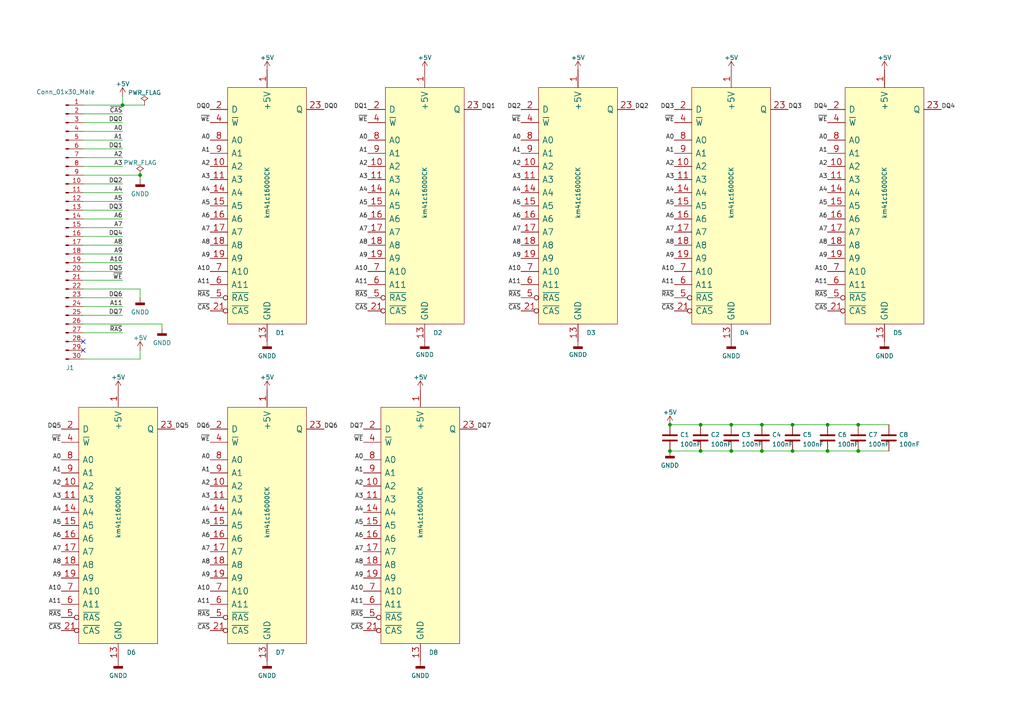
<source format=kicad_sch>
(kicad_sch (version 20211123) (generator eeschema)
  (paper "A4")
  (title_block (title "SIMM30") (date "2022-01-07") (rev "1") (company "Open Hardware"))
  (lib_symbols
    (symbol "Connector:Conn_01x30_Male" (pin_names (offset 1.016) hide)
      (property "Reference" "J" (at 0 38.1 0))
      (property "Value" "Conn_01x30_Male" (at 0 -40.64 0))
      (symbol "Conn_01x30_Male_1_1"
        (polyline (pts (xy 1.27 -38.1) (xy 0.8636 -38.1)) (stroke (width 0.1524)))
        (polyline (pts (xy 1.27 -35.56) (xy 0.8636 -35.56)) (stroke (width 0.1524)))
        (polyline (pts (xy 1.27 -33.02) (xy 0.8636 -33.02)) (stroke (width 0.1524)))
        (polyline (pts (xy 1.27 -30.48) (xy 0.8636 -30.48)) (stroke (width 0.1524)))
        (polyline (pts (xy 1.27 -27.94) (xy 0.8636 -27.94)) (stroke (width 0.1524)))
        (polyline (pts (xy 1.27 -25.4) (xy 0.8636 -25.4)) (stroke (width 0.1524)))
        (polyline (pts (xy 1.27 -22.86) (xy 0.8636 -22.86)) (stroke (width 0.1524)))
        (polyline (pts (xy 1.27 -20.32) (xy 0.8636 -20.32)) (stroke (width 0.1524)))
        (polyline (pts (xy 1.27 -17.78) (xy 0.8636 -17.78)) (stroke (width 0.1524)))
        (polyline (pts (xy 1.27 -15.24) (xy 0.8636 -15.24)) (stroke (width 0.1524)))
        (polyline (pts (xy 1.27 -12.7) (xy 0.8636 -12.7)) (stroke (width 0.1524)))
        (polyline (pts (xy 1.27 -10.16) (xy 0.8636 -10.16)) (stroke (width 0.1524)))
        (polyline (pts (xy 1.27 -7.62) (xy 0.8636 -7.62)) (stroke (width 0.1524)))
        (polyline (pts (xy 1.27 -5.08) (xy 0.8636 -5.08)) (stroke (width 0.1524)))
        (polyline (pts (xy 1.27 -2.54) (xy 0.8636 -2.54)) (stroke (width 0.1524)))
        (polyline (pts (xy 1.27 0) (xy 0.8636 0)) (stroke (width 0.1524)))
        (polyline (pts (xy 1.27 2.54) (xy 0.8636 2.54)) (stroke (width 0.1524)))
        (polyline (pts (xy 1.27 5.08) (xy 0.8636 5.08)) (stroke (width 0.1524)))
        (polyline (pts (xy 1.27 7.62) (xy 0.8636 7.62)) (stroke (width 0.1524)))
        (polyline (pts (xy 1.27 10.16) (xy 0.8636 10.16)) (stroke (width 0.1524)))
        (polyline (pts (xy 1.27 12.7) (xy 0.8636 12.7)) (stroke (width 0.1524)))
        (polyline (pts (xy 1.27 15.24) (xy 0.8636 15.24)) (stroke (width 0.1524)))
        (polyline (pts (xy 1.27 17.78) (xy 0.8636 17.78)) (stroke (width 0.1524)))
        (polyline (pts (xy 1.27 20.32) (xy 0.8636 20.32)) (stroke (width 0.1524)))
        (polyline (pts (xy 1.27 22.86) (xy 0.8636 22.86)) (stroke (width 0.1524)))
        (polyline (pts (xy 1.27 25.4) (xy 0.8636 25.4)) (stroke (width 0.1524)))
        (polyline (pts (xy 1.27 27.94) (xy 0.8636 27.94)) (stroke (width 0.1524)))
        (polyline (pts (xy 1.27 30.48) (xy 0.8636 30.48)) (stroke (width 0.1524)))
        (polyline (pts (xy 1.27 33.02) (xy 0.8636 33.02)) (stroke (width 0.1524)))
        (polyline (pts (xy 1.27 35.56) (xy 0.8636 35.56)) (stroke (width 0.1524)))
        (rectangle (start 0.8636 -37.973) (end 0 -38.227) (stroke (width 0.1524)) (fill (type outline)))
        (rectangle (start 0.8636 -35.433) (end 0 -35.687) (stroke (width 0.1524)) (fill (type outline)))
        (rectangle (start 0.8636 -32.893) (end 0 -33.147) (stroke (width 0.1524)) (fill (type outline)))
        (rectangle (start 0.8636 -30.353) (end 0 -30.607) (stroke (width 0.1524)) (fill (type outline)))
        (rectangle (start 0.8636 -27.813) (end 0 -28.067) (stroke (width 0.1524)) (fill (type outline)))
        (rectangle (start 0.8636 -25.273) (end 0 -25.527) (stroke (width 0.1524)) (fill (type outline)))
        (rectangle (start 0.8636 -22.733) (end 0 -22.987) (stroke (width 0.1524)) (fill (type outline)))
        (rectangle (start 0.8636 -20.193) (end 0 -20.447) (stroke (width 0.1524)) (fill (type outline)))
        (rectangle (start 0.8636 -17.653) (end 0 -17.907) (stroke (width 0.1524)) (fill (type outline)))
        (rectangle (start 0.8636 -15.113) (end 0 -15.367) (stroke (width 0.1524)) (fill (type outline)))
        (rectangle (start 0.8636 -12.573) (end 0 -12.827) (stroke (width 0.1524)) (fill (type outline)))
        (rectangle (start 0.8636 -10.033) (end 0 -10.287) (stroke (width 0.1524)) (fill (type outline)))
        (rectangle (start 0.8636 -7.493) (end 0 -7.747) (stroke (width 0.1524)) (fill (type outline)))
        (rectangle (start 0.8636 -4.953) (end 0 -5.207) (stroke (width 0.1524)) (fill (type outline)))
        (rectangle (start 0.8636 -2.413) (end 0 -2.667) (stroke (width 0.1524)) (fill (type outline)))
        (rectangle (start 0.8636 0.127) (end 0 -0.127) (stroke (width 0.1524)) (fill (type outline)))
        (rectangle (start 0.8636 2.667) (end 0 2.413) (stroke (width 0.1524)) (fill (type outline)))
        (rectangle (start 0.8636 5.207) (end 0 4.953) (stroke (width 0.1524)) (fill (type outline)))
        (rectangle (start 0.8636 7.747) (end 0 7.493) (stroke (width 0.1524)) (fill (type outline)))
        (rectangle (start 0.8636 10.287) (end 0 10.033) (stroke (width 0.1524)) (fill (type outline)))
        (rectangle (start 0.8636 12.827) (end 0 12.573) (stroke (width 0.1524)) (fill (type outline)))
        (rectangle (start 0.8636 15.367) (end 0 15.113) (stroke (width 0.1524)) (fill (type outline)))
        (rectangle (start 0.8636 17.907) (end 0 17.653) (stroke (width 0.1524)) (fill (type outline)))
        (rectangle (start 0.8636 20.447) (end 0 20.193) (stroke (width 0.1524)) (fill (type outline)))
        (rectangle (start 0.8636 22.987) (end 0 22.733) (stroke (width 0.1524)) (fill (type outline)))
        (rectangle (start 0.8636 25.527) (end 0 25.273) (stroke (width 0.1524)) (fill (type outline)))
        (rectangle (start 0.8636 28.067) (end 0 27.813) (stroke (width 0.1524)) (fill (type outline)))
        (rectangle (start 0.8636 30.607) (end 0 30.353) (stroke (width 0.1524)) (fill (type outline)))
        (rectangle (start 0.8636 33.147) (end 0 32.893) (stroke (width 0.1524)) (fill (type outline)))
        (rectangle (start 0.8636 35.687) (end 0 35.433) (stroke (width 0.1524)) (fill (type outline)))
        (pin passive line (at 5.08 35.56 180) (length 3.81) (name "Pin_1") (number "1"))
        (pin passive line (at 5.08 12.7 180) (length 3.81) (name "Pin_10") (number "10"))
        (pin passive line (at 5.08 10.16 180) (length 3.81) (name "Pin_11") (number "11"))
        (pin passive line (at 5.08 7.62 180) (length 3.81) (name "Pin_12") (number "12"))
        (pin passive line (at 5.08 5.08 180) (length 3.81) (name "Pin_13") (number "13"))
        (pin passive line (at 5.08 2.54 180) (length 3.81) (name "Pin_14") (number "14"))
        (pin passive line (at 5.08 0 180) (length 3.81) (name "Pin_15") (number "15"))
        (pin passive line (at 5.08 -2.54 180) (length 3.81) (name "Pin_16") (number "16"))
        (pin passive line (at 5.08 -5.08 180) (length 3.81) (name "Pin_17") (number "17"))
        (pin passive line (at 5.08 -7.62 180) (length 3.81) (name "Pin_18") (number "18"))
        (pin passive line (at 5.08 -10.16 180) (length 3.81) (name "Pin_19") (number "19"))
        (pin passive line (at 5.08 33.02 180) (length 3.81) (name "Pin_2") (number "2"))
        (pin passive line (at 5.08 -12.7 180) (length 3.81) (name "Pin_20") (number "20"))
        (pin passive line (at 5.08 -15.24 180) (length 3.81) (name "Pin_21") (number "21"))
        (pin passive line (at 5.08 -17.78 180) (length 3.81) (name "Pin_22") (number "22"))
        (pin passive line (at 5.08 -20.32 180) (length 3.81) (name "Pin_23") (number "23"))
        (pin passive line (at 5.08 -22.86 180) (length 3.81) (name "Pin_24") (number "24"))
        (pin passive line (at 5.08 -25.4 180) (length 3.81) (name "Pin_25") (number "25"))
        (pin passive line (at 5.08 -27.94 180) (length 3.81) (name "Pin_26") (number "26"))
        (pin passive line (at 5.08 -30.48 180) (length 3.81) (name "Pin_27") (number "27"))
        (pin passive line (at 5.08 -33.02 180) (length 3.81) (name "Pin_28") (number "28"))
        (pin passive line (at 5.08 -35.56 180) (length 3.81) (name "Pin_29") (number "29"))
        (pin passive line (at 5.08 30.48 180) (length 3.81) (name "Pin_3") (number "3"))
        (pin passive line (at 5.08 -38.1 180) (length 3.81) (name "Pin_30") (number "30"))
        (pin passive line (at 5.08 27.94 180) (length 3.81) (name "Pin_4") (number "4"))
        (pin passive line (at 5.08 25.4 180) (length 3.81) (name "Pin_5") (number "5"))
        (pin passive line (at 5.08 22.86 180) (length 3.81) (name "Pin_6") (number "6"))
        (pin passive line (at 5.08 20.32 180) (length 3.81) (name "Pin_7") (number "7"))
        (pin passive line (at 5.08 17.78 180) (length 3.81) (name "Pin_8") (number "8"))
        (pin passive line (at 5.08 15.24 180) (length 3.81) (name "Pin_9") (number "9"))
      )
    )
    (symbol "Device:C" (pin_numbers hide) (pin_names (offset 0.254))
      (property "Reference" "C" (at 0.635 2.54 0))
      (property "Value" "C" (at 0.635 -2.54 0))
      (symbol "C_0_1"
        (polyline (pts (xy -2.032 -0.762) (xy 2.032 -0.762)) (stroke (width 0.508)))
        (polyline (pts (xy -2.032 0.762) (xy 2.032 0.762)) (stroke (width 0.508)))
      )
      (symbol "C_1_1"
        (pin passive line (at 0 3.81 270) (length 2.794) (name "~") (number "1"))
        (pin passive line (at 0 -3.81 90) (length 2.794) (name "~") (number "2"))
      )
    )
    (symbol "Memory_RAM:km41c16000CK" (pin_names (offset 1.016))
      (property "Reference" "D?" (at 3.81 -40.64 0))
      (property "Value" "km41c16000CK" (at 0 0 90))
      (symbol "km41c16000CK_0_1"
        (rectangle (start -11.43 30.48) (end 11.43 -38.1) (fill (type background)))
      )
      (symbol "km41c16000CK_1_1"
        (pin power_in line (at 0 35.56 270) (length 5.08) (name "+5V") (number "1"))
        (pin input line (at -16.51 7.62 0) (length 5.08) (name "A2") (number "10"))
        (pin input line (at -16.51 3.81 0) (length 5.08) (name "A3") (number "11"))
        (pin passive line (at 0 -43.18 90) (length 5.08) (name "GND") (number "13"))
        (pin input line (at -16.51 0 0) (length 5.08) (name "A4") (number "14"))
        (pin input line (at -16.51 -3.81 0) (length 5.08) (name "A5") (number "15"))
        (pin input line (at -16.51 -7.62 0) (length 5.08) (name "A6") (number "16"))
        (pin input line (at -16.51 -11.43 0) (length 5.08) (name "A7") (number "17"))
        (pin input line (at -16.51 -15.24 0) (length 5.08) (name "A8") (number "18"))
        (pin input line (at -16.51 -19.05 0) (length 5.08) (name "A9") (number "19"))
        (pin input line (at -16.51 24.13 0) (length 5.08) (name "D") (number "2"))
        (pin input inverted (at -16.51 -34.29 0) (length 5.08) (name "~{CAS}") (number "21"))
        (pin output line (at 16.51 24.13 180) (length 5.08) (name "Q") (number "23"))
        (pin input line (at -16.51 20.32 0) (length 5.08) (name "~{W}") (number "4"))
        (pin input inverted (at -16.51 -30.48 0) (length 5.08) (name "~{RAS}") (number "5"))
        (pin input line (at -16.51 -26.67 0) (length 5.08) (name "A11") (number "6"))
        (pin input line (at -16.51 -22.86 0) (length 5.08) (name "A10") (number "7"))
        (pin input line (at -16.51 15.24 0) (length 5.08) (name "A0") (number "8"))
        (pin input line (at -16.51 11.43 0) (length 5.08) (name "A1") (number "9"))
      )
    )
    (symbol "power:+5V" (power) (pin_names (offset 0))
      (property "Value" "+5V" (at 0 3.556 0))
      (symbol "+5V_0_1"
        (polyline (pts (xy -0.762 1.27) (xy 0 2.54)))
        (polyline (pts (xy 0 0) (xy 0 2.54)))
        (polyline (pts (xy 0 2.54) (xy 0.762 1.27)))
      )
      (symbol "+5V_1_1"
        (pin power_in line (at 0 0 90) (length 0) hide (name "+5V") (number "1"))
      )
    )
    (symbol "power:GNDD" (power) (pin_names (offset 0))
      (property "Value" "GNDD" (at 0 -3.175 0))
      (symbol "GNDD_0_1"
        (rectangle (start -1.27 -1.524) (end 1.27 -2.032) (stroke (width 0.254)) (fill (type outline)))
        (polyline (pts (xy 0 0) (xy 0 -1.524)))
      )
      (symbol "GNDD_1_1"
        (pin power_in line (at 0 0 270) (length 0) hide (name "GNDD") (number "1"))
      )
    )
    (symbol "power:PWR_FLAG" (power) (pin_numbers hide) (pin_names (offset 0) hide)
      (property "Value" "PWR_FLAG" (at 0 3.81 0))
      (symbol "PWR_FLAG_0_0"
        (pin power_out line (at 0 0 90) (length 0) (name "pwr") (number "1"))
      )
      (symbol "PWR_FLAG_0_1"
        (polyline (pts (xy 0 0) (xy 0 1.27) (xy -1.016 1.905) (xy 0 2.54) (xy 1.016 1.905) (xy 0 1.27)))
      )
    )
  )
  (junction (at 194.31 130.81))
  (junction (at 240.03 123.19))
  (junction (at 194.31 123.19))
  (junction (at 35.56 30.48))
  (junction (at 248.92 130.81))
  (junction (at 203.2 123.19))
  (junction (at 220.98 123.19))
  (junction (at 212.09 130.81))
  (junction (at 203.2 130.81))
  (junction (at 240.03 130.81))
  (junction (at 40.64 50.8))
  (junction (at 220.98 130.81))
  (junction (at 229.87 123.19))
  (junction (at 229.87 130.81))
  (junction (at 248.92 123.19))
  (junction (at 212.09 123.19))
  (no_connect (at 24.13 99.06))
  (no_connect (at 24.13 101.6))
  (wire (pts (xy 24.13 71.12) (xy 35.56 71.12)))
  (wire (pts (xy 24.13 93.98) (xy 46.99 93.98)))
  (wire (pts (xy 35.56 27.94) (xy 35.56 30.48)))
  (wire (pts (xy 40.64 83.82) (xy 40.64 86.36)))
  (wire (pts (xy 212.09 123.19) (xy 220.98 123.19)))
  (wire (pts (xy 46.99 93.98) (xy 46.99 95.25)))
  (wire (pts (xy 24.13 104.14) (xy 40.64 104.14)))
  (wire (pts (xy 24.13 48.26) (xy 35.56 48.26)))
  (wire (pts (xy 24.13 88.9) (xy 35.56 88.9)))
  (wire (pts (xy 24.13 83.82) (xy 40.64 83.82)))
  (wire (pts (xy 40.64 101.6) (xy 40.64 104.14)))
  (wire (pts (xy 220.98 123.19) (xy 229.87 123.19)))
  (wire (pts (xy 248.92 130.81) (xy 257.81 130.81)))
  (wire (pts (xy 24.13 81.28) (xy 35.56 81.28)))
  (wire (pts (xy 24.13 60.96) (xy 35.56 60.96)))
  (wire (pts (xy 24.13 58.42) (xy 35.56 58.42)))
  (wire (pts (xy 203.2 130.81) (xy 212.09 130.81)))
  (wire (pts (xy 40.64 50.8) (xy 40.64 52.07)))
  (wire (pts (xy 24.13 45.72) (xy 35.56 45.72)))
  (wire (pts (xy 240.03 130.81) (xy 248.92 130.81)))
  (wire (pts (xy 194.31 130.81) (xy 203.2 130.81)))
  (wire (pts (xy 24.13 38.1) (xy 35.56 38.1)))
  (wire (pts (xy 229.87 130.81) (xy 240.03 130.81)))
  (wire (pts (xy 24.13 40.64) (xy 35.56 40.64)))
  (wire (pts (xy 203.2 123.19) (xy 212.09 123.19)))
  (wire (pts (xy 24.13 50.8) (xy 40.64 50.8)))
  (wire (pts (xy 24.13 55.88) (xy 35.56 55.88)))
  (wire (pts (xy 229.87 123.19) (xy 240.03 123.19)))
  (wire (pts (xy 24.13 96.52) (xy 35.56 96.52)))
  (wire (pts (xy 24.13 76.2) (xy 35.56 76.2)))
  (wire (pts (xy 24.13 63.5) (xy 35.56 63.5)))
  (wire (pts (xy 24.13 30.48) (xy 35.56 30.48)))
  (wire (pts (xy 24.13 43.18) (xy 35.56 43.18)))
  (wire (pts (xy 24.13 35.56) (xy 35.56 35.56)))
  (wire (pts (xy 194.31 123.19) (xy 203.2 123.19)))
  (wire (pts (xy 35.56 30.48) (xy 41.91 30.48)))
  (wire (pts (xy 212.09 130.81) (xy 220.98 130.81)))
  (wire (pts (xy 220.98 130.81) (xy 229.87 130.81)))
  (wire (pts (xy 24.13 86.36) (xy 35.56 86.36)))
  (wire (pts (xy 24.13 68.58) (xy 35.56 68.58)))
  (wire (pts (xy 24.13 73.66) (xy 35.56 73.66)))
  (wire (pts (xy 24.13 91.44) (xy 35.56 91.44)))
  (wire (pts (xy 24.13 53.34) (xy 35.56 53.34)))
  (wire (pts (xy 248.92 123.19) (xy 257.81 123.19)))
  (wire (pts (xy 240.03 123.19) (xy 248.92 123.19)))
  (wire (pts (xy 24.13 66.04) (xy 35.56 66.04)))
  (wire (pts (xy 24.13 78.74) (xy 35.56 78.74)))
  (wire (pts (xy 24.13 33.02) (xy 35.56 33.02)))
  (label "A5" (at 17.78 152.4 180))
  (label "A4" (at 195.58 55.88 180))
  (label "A6" (at 240.03 63.5 180))
  (label "A6" (at 151.13 63.5 180))
  (label "A1" (at 60.96 44.45 180))
  (label "A7" (at 17.78 160.02 180))
  (label "DQ2" (at 151.13 31.75 180))
  (label "~{WE}" (at 106.68 35.56 180))
  (label "DQ5" (at 35.56 78.74 180))
  (label "A4" (at 105.41 148.59 180))
  (label "A3" (at 195.58 52.07 180))
  (label "DQ0" (at 60.96 31.75 180))
  (label "~{RAS}" (at 106.68 86.36 180))
  (label "A2" (at 106.68 48.26 180))
  (label "A3" (at 35.56 48.26 180))
  (label "~{RAS}" (at 240.03 86.36 180))
  (label "~{RAS}" (at 17.78 179.07 180))
  (label "~{WE}" (at 35.56 81.28 180))
  (label "~{CAS}" (at 17.78 182.88 180))
  (label "A10" (at 195.58 78.74 180))
  (label "DQ7" (at 35.56 91.44 180))
  (label "A8" (at 195.58 71.12 180))
  (label "A5" (at 105.41 152.4 180))
  (label "A8" (at 60.96 163.83 180))
  (label "A0" (at 60.96 133.35 180))
  (label "A3" (at 17.78 144.78 180))
  (label "~{WE}" (at 151.13 35.56 180))
  (label "DQ1" (at 106.68 31.75 180))
  (label "A7" (at 105.41 160.02 180))
  (label "A5" (at 151.13 59.69 180))
  (label "A6" (at 35.56 63.5 180))
  (label "~{RAS}" (at 60.96 86.36 180))
  (label "A3" (at 60.96 144.78 180))
  (label "A8" (at 35.56 71.12 180))
  (label "DQ0" (at 93.98 31.75 0))
  (label "A6" (at 195.58 63.5 180))
  (label "DQ6" (at 93.98 124.46 0))
  (label "A10" (at 60.96 171.45 180))
  (label "A6" (at 60.96 156.21 180))
  (label "A1" (at 195.58 44.45 180))
  (label "A8" (at 240.03 71.12 180))
  (label "~{RAS}" (at 105.41 179.07 180))
  (label "~{CAS}" (at 105.41 182.88 180))
  (label "DQ4" (at 273.05 31.75 0))
  (label "A9" (at 195.58 74.93 180))
  (label "A3" (at 105.41 144.78 180))
  (label "A2" (at 195.58 48.26 180))
  (label "A5" (at 195.58 59.69 180))
  (label "A2" (at 17.78 140.97 180))
  (label "A6" (at 105.41 156.21 180))
  (label "~{CAS}" (at 60.96 90.17 180))
  (label "~{WE}" (at 105.41 128.27 180))
  (label "A4" (at 60.96 148.59 180))
  (label "A9" (at 151.13 74.93 180))
  (label "A6" (at 17.78 156.21 180))
  (label "DQ4" (at 35.56 68.58 180))
  (label "~{RAS}" (at 60.96 179.07 180))
  (label "~{WE}" (at 195.58 35.56 180))
  (label "A0" (at 151.13 40.64 180))
  (label "A0" (at 106.68 40.64 180))
  (label "A4" (at 151.13 55.88 180))
  (label "A7" (at 106.68 67.31 180))
  (label "A4" (at 60.96 55.88 180))
  (label "~{RAS}" (at 195.58 86.36 180))
  (label "A0" (at 35.56 38.1 180))
  (label "DQ6" (at 35.56 86.36 180))
  (label "~{WE}" (at 240.03 35.56 180))
  (label "DQ3" (at 195.58 31.75 180))
  (label "A1" (at 106.68 44.45 180))
  (label "~{CAS}" (at 35.56 33.02 180))
  (label "DQ5" (at 50.8 124.46 0))
  (label "A7" (at 35.56 66.04 180))
  (label "A11" (at 60.96 82.55 180))
  (label "A11" (at 35.56 88.9 180))
  (label "DQ2" (at 35.56 53.34 180))
  (label "~{CAS}" (at 195.58 90.17 180))
  (label "~{RAS}" (at 151.13 86.36 180))
  (label "A7" (at 60.96 67.31 180))
  (label "A9" (at 105.41 167.64 180))
  (label "A5" (at 106.68 59.69 180))
  (label "A0" (at 240.03 40.64 180))
  (label "DQ7" (at 105.41 124.46 180))
  (label "A10" (at 240.03 78.74 180))
  (label "A7" (at 60.96 160.02 180))
  (label "A2" (at 240.03 48.26 180))
  (label "DQ3" (at 35.56 60.96 180))
  (label "DQ6" (at 60.96 124.46 180))
  (label "A2" (at 105.41 140.97 180))
  (label "A1" (at 240.03 44.45 180))
  (label "~{WE}" (at 17.78 128.27 180))
  (label "A11" (at 106.68 82.55 180))
  (label "A0" (at 105.41 133.35 180))
  (label "A7" (at 240.03 67.31 180))
  (label "A0" (at 60.96 40.64 180))
  (label "A3" (at 240.03 52.07 180))
  (label "A0" (at 17.78 133.35 180))
  (label "~{CAS}" (at 106.68 90.17 180))
  (label "A6" (at 60.96 63.5 180))
  (label "A1" (at 17.78 137.16 180))
  (label "A11" (at 17.78 175.26 180))
  (label "A11" (at 105.41 175.26 180))
  (label "~{CAS}" (at 151.13 90.17 180))
  (label "A1" (at 35.56 40.64 180))
  (label "A10" (at 106.68 78.74 180))
  (label "DQ2" (at 184.15 31.75 0))
  (label "A10" (at 60.96 78.74 180))
  (label "A2" (at 60.96 48.26 180))
  (label "~{WE}" (at 60.96 35.56 180))
  (label "~{RAS}" (at 35.56 96.52 180))
  (label "DQ4" (at 240.03 31.75 180))
  (label "A8" (at 17.78 163.83 180))
  (label "A3" (at 60.96 52.07 180))
  (label "~{CAS}" (at 240.03 90.17 180))
  (label "A11" (at 151.13 82.55 180))
  (label "A3" (at 151.13 52.07 180))
  (label "~{CAS}" (at 60.96 182.88 180))
  (label "A9" (at 60.96 167.64 180))
  (label "DQ0" (at 35.56 35.56 180))
  (label "A5" (at 35.56 58.42 180))
  (label "A4" (at 240.03 55.88 180))
  (label "DQ1" (at 139.7 31.75 0))
  (label "A9" (at 60.96 74.93 180))
  (label "A0" (at 195.58 40.64 180))
  (label "A8" (at 151.13 71.12 180))
  (label "A9" (at 106.68 74.93 180))
  (label "A11" (at 195.58 82.55 180))
  (label "A9" (at 35.56 73.66 180))
  (label "A8" (at 60.96 71.12 180))
  (label "A5" (at 240.03 59.69 180))
  (label "A10" (at 17.78 171.45 180))
  (label "A7" (at 151.13 67.31 180))
  (label "A3" (at 106.68 52.07 180))
  (label "A4" (at 35.56 55.88 180))
  (label "A4" (at 106.68 55.88 180))
  (label "A1" (at 105.41 137.16 180))
  (label "A10" (at 105.41 171.45 180))
  (label "DQ7" (at 138.43 124.46 0))
  (label "A1" (at 60.96 137.16 180))
  (label "A11" (at 60.96 175.26 180))
  (label "DQ1" (at 35.56 43.18 180))
  (label "A5" (at 60.96 152.4 180))
  (label "A9" (at 17.78 167.64 180))
  (label "A7" (at 195.58 67.31 180))
  (label "DQ3" (at 228.6 31.75 0))
  (label "~{WE}" (at 60.96 128.27 180))
  (label "A4" (at 17.78 148.59 180))
  (label "A11" (at 240.03 82.55 180))
  (label "A8" (at 105.41 163.83 180))
  (label "A2" (at 151.13 48.26 180))
  (label "A8" (at 106.68 71.12 180))
  (label "A2" (at 60.96 140.97 180))
  (label "A6" (at 106.68 63.5 180))
  (label "A2" (at 35.56 45.72 180))
  (label "A10" (at 151.13 78.74 180))
  (label "DQ5" (at 17.78 124.46 180))
  (label "A1" (at 151.13 44.45 180))
  (label "A9" (at 240.03 74.93 180))
  (label "A10" (at 35.56 76.2 180))
  (label "A5" (at 60.96 59.69 180))
  (symbol (lib_id "power:GNDD") (at 46.99 95.25 0) (unit 1)
    (property "Reference" "#PWR?" (effects hide))
    (property "Value" "GNDD" (at 46.99 99.4315 0))
  )
  (symbol (lib_id "power:GNDD") (at 212.09 99.06 0) (unit 1)
    (property "Reference" "#PWR0114" (effects hide))
    (property "Value" "GNDD" (at 212.09 103.2415 0))
  )
  (symbol (lib_id "Memory_RAM:km41c16000CK") (at 212.09 55.88 0) (unit 1)
    (property "Reference" "D4" (at 215.9 96.52 0))
    (property "Value" "km41c16000CK" (at 212.09 55.88 90))
    (property "Footprint" "Package_SOJ26_24:SOJ-26-24_7.62x17.14mm_P1.27mm" (effects hide))
    (property "Datasheet" "https://www.digchip.com/datasheets/parts/datasheet/409/KM41C16000CK.php" (effects hide))
  )
  (symbol (lib_id "power:+5V") (at 121.92 113.03 0) (unit 1)
    (property "Reference" "#PWR0120" (effects hide))
    (property "Value" "+5V" (at 121.92 109.4255 0))
  )
  (symbol (lib_id "power:+5V") (at 212.09 20.32 0) (unit 1)
    (property "Reference" "#PWR0113" (effects hide))
    (property "Value" "+5V" (at 212.09 16.7155 0))
  )
  (symbol (lib_id "Memory_RAM:km41c16000CK") (at 123.19 55.88 0) (unit 1)
    (property "Reference" "D2" (at 127 96.52 0))
    (property "Value" "km41c16000CK" (at 123.19 55.88 90))
    (property "Footprint" "Package_SOJ26_24:SOJ-26-24_7.62x17.14mm_P1.27mm" (effects hide))
    (property "Datasheet" "https://www.digchip.com/datasheets/parts/datasheet/409/KM41C16000CK.php" (effects hide))
  )
  (symbol (lib_id "power:+5V") (at 256.54 20.32 0) (unit 1)
    (property "Reference" "#PWR0111" (effects hide))
    (property "Value" "+5V" (at 256.54 16.7155 0))
  )
  (symbol (lib_id "power:+5V") (at 77.47 20.32 0) (unit 1)
    (property "Reference" "#PWR0106" (effects hide))
    (property "Value" "+5V" (at 77.47 16.7155 0))
  )
  (symbol (lib_id "Device:C") (at 212.09 127 0) (unit 1)
    (property "Reference" "C3" (at 215.011 126.0915 0) (effects (justify left)))
    (property "Value" "100nF" (at 215.011 128.8666 0) (effects (justify left)))
    (property "Footprint" "Capacitor_SMD:C_0805_2012Metric_Pad1.18x1.45mm_HandSolder" (effects hide))
  )
  (symbol (lib_id "Memory_RAM:km41c16000CK") (at 77.47 148.59 0) (unit 1)
    (property "Reference" "D7" (at 81.28 189.23 0))
    (property "Value" "km41c16000CK" (at 77.47 148.59 90))
    (property "Footprint" "Package_SOJ26_24:SOJ-26-24_7.62x17.14mm_P1.27mm" (effects hide))
    (property "Datasheet" "https://www.digchip.com/datasheets/parts/datasheet/409/KM41C16000CK.php" (effects hide))
  )
  (symbol (lib_id "Memory_RAM:km41c16000CK") (at 77.47 55.88 0) (unit 1)
    (property "Reference" "D1" (at 81.28 96.52 0))
    (property "Value" "km41c16000CK" (at 77.47 55.88 90))
    (property "Footprint" "Package_SOJ26_24:SOJ-26-24_7.62x17.14mm_P1.27mm" (effects hide))
    (property "Datasheet" "https://www.digchip.com/datasheets/parts/datasheet/409/KM41C16000CK.php" (effects hide))
  )
  (symbol (lib_id "Device:C") (at 194.31 127 0) (unit 1)
    (property "Reference" "C1" (at 197.231 126.0915 0) (effects (justify left)))
    (property "Value" "100nF" (at 197.231 128.8666 0) (effects (justify left)))
    (property "Footprint" "Capacitor_SMD:C_0805_2012Metric_Pad1.18x1.45mm_HandSolder" (effects hide))
  )
  (symbol (lib_id "power:PWR_FLAG") (at 41.91 30.48 0) (unit 1)
    (property "Reference" "#FLG0101" (effects hide))
    (property "Value" "PWR_FLAG" (at 41.91 26.8755 0))
  )
  (symbol (lib_id "Memory_RAM:km41c16000CK") (at 121.92 148.59 0) (unit 1)
    (property "Reference" "D8" (at 125.73 189.23 0))
    (property "Value" "km41c16000CK" (at 121.92 148.59 90))
    (property "Footprint" "Package_SOJ26_24:SOJ-26-24_7.62x17.14mm_P1.27mm" (effects hide))
    (property "Datasheet" "https://www.digchip.com/datasheets/parts/datasheet/409/KM41C16000CK.php" (effects hide))
  )
  (symbol (lib_id "power:GNDD") (at 121.92 191.77 0) (unit 1)
    (property "Reference" "#PWR0118" (effects hide))
    (property "Value" "GNDD" (at 121.92 195.9515 0))
  )
  (symbol (lib_id "power:GNDD") (at 40.64 52.07 0) (unit 1)
    (property "Reference" "#PWR0103" (effects hide))
    (property "Value" "GNDD" (at 40.64 56.2515 0))
  )
  (symbol (lib_id "power:GNDD") (at 123.19 99.06 0) (unit 1)
    (property "Reference" "#PWR0121" (effects hide))
    (property "Value" "GNDD" (at 123.19 102.87 0))
  )
  (symbol (lib_id "Device:C") (at 248.92 127 0) (unit 1)
    (property "Reference" "C7" (at 251.841 126.0915 0) (effects (justify left)))
    (property "Value" "100nF" (at 251.841 128.8666 0) (effects (justify left)))
    (property "Footprint" "Capacitor_SMD:C_0805_2012Metric_Pad1.18x1.45mm_HandSolder" (effects hide))
  )
  (symbol (lib_id "Device:C") (at 240.03 127 0) (unit 1)
    (property "Reference" "C6" (at 242.951 126.0915 0) (effects (justify left)))
    (property "Value" "100nF" (at 242.951 128.8666 0) (effects (justify left)))
    (property "Footprint" "Capacitor_SMD:C_0805_2012Metric_Pad1.18x1.45mm_HandSolder" (effects hide))
  )
  (symbol (lib_id "power:+5V") (at 35.56 27.94 0) (unit 1)
    (property "Reference" "#PWR0102" (effects hide))
    (property "Value" "+5V" (at 35.56 24.3355 0))
  )
  (symbol (lib_id "Connector:Conn_01x30_Male") (at 19.05 66.04 0) (unit 1)
    (property "Reference" "J1" (at 20.32 106.68 0))
    (property "Value" "Conn_01x30_Male" (at 19.05 26.67 0))
    (property "Footprint" "Connector_PCBEdge:SIMM30_88.86mm_P2.54mm_Edge" (effects hide))
  )
  (symbol (lib_id "Memory_RAM:km41c16000CK") (at 167.64 55.88 0) (unit 1)
    (property "Reference" "D3" (at 171.45 96.52 0))
    (property "Value" "km41c16000CK" (at 167.64 55.88 90))
    (property "Footprint" "Package_SOJ26_24:SOJ-26-24_7.62x17.14mm_P1.27mm" (effects hide))
    (property "Datasheet" "https://www.digchip.com/datasheets/parts/datasheet/409/KM41C16000CK.php" (effects hide))
  )
  (symbol (lib_id "power:+5V") (at 40.64 101.6 0) (unit 1)
    (property "Reference" "#PWR0101" (effects hide))
    (property "Value" "+5V" (at 40.64 97.9955 0))
  )
  (symbol (lib_id "Memory_RAM:km41c16000CK") (at 34.29 148.59 0) (unit 1)
    (property "Reference" "D6" (at 38.1 189.23 0))
    (property "Value" "km41c16000CK" (at 34.29 148.59 90))
    (property "Footprint" "Package_SOJ26_24:SOJ-26-24_7.62x17.14mm_P1.27mm" (effects hide))
    (property "Datasheet" "https://www.digchip.com/datasheets/parts/datasheet/409/KM41C16000CK.php" (effects hide))
  )
  (symbol (lib_id "power:+5V") (at 167.64 20.32 0) (unit 1)
    (property "Reference" "#PWR0115" (effects hide))
    (property "Value" "+5V" (at 167.64 16.7155 0))
  )
  (symbol (lib_id "power:+5V") (at 34.29 113.03 0) (unit 1)
    (property "Reference" "#PWR0105" (effects hide))
    (property "Value" "+5V" (at 34.29 109.4255 0))
  )
  (symbol (lib_id "power:PWR_FLAG") (at 40.64 50.8 0) (unit 1)
    (property "Reference" "#FLG0102" (effects hide))
    (property "Value" "PWR_FLAG" (at 40.64 47.1955 0))
  )
  (symbol (lib_id "Device:C") (at 257.81 127 0) (unit 1)
    (property "Reference" "C8" (at 260.731 126.0915 0) (effects (justify left)))
    (property "Value" "100nF" (at 260.731 128.8666 0) (effects (justify left)))
    (property "Footprint" "Capacitor_SMD:C_0805_2012Metric_Pad1.18x1.45mm_HandSolder" (effects hide))
  )
  (symbol (lib_id "Device:C") (at 229.87 127 0) (unit 1)
    (property "Reference" "C5" (at 232.791 126.0915 0) (effects (justify left)))
    (property "Value" "100nF" (at 232.791 128.8666 0) (effects (justify left)))
    (property "Footprint" "Capacitor_SMD:C_0805_2012Metric_Pad1.18x1.45mm_HandSolder" (effects hide))
  )
  (symbol (lib_id "power:GNDD") (at 77.47 99.06 0) (unit 1)
    (property "Reference" "#PWR0108" (effects hide))
    (property "Value" "GNDD" (at 77.47 103.2415 0))
  )
  (symbol (lib_id "power:GNDD") (at 34.29 191.77 0) (unit 1)
    (property "Reference" "#PWR0110" (effects hide))
    (property "Value" "GNDD" (at 34.29 195.9515 0))
  )
  (symbol (lib_id "power:+5V") (at 194.31 123.19 0) (unit 1)
    (property "Reference" "#PWR0123" (effects hide))
    (property "Value" "+5V" (at 194.31 119.5855 0))
  )
  (symbol (lib_id "power:GNDD") (at 77.47 191.77 0) (unit 1)
    (property "Reference" "#PWR0109" (effects hide))
    (property "Value" "GNDD" (at 77.47 195.9515 0))
  )
  (symbol (lib_id "Memory_RAM:km41c16000CK") (at 256.54 55.88 0) (unit 1)
    (property "Reference" "D5" (at 260.35 96.52 0))
    (property "Value" "km41c16000CK" (at 256.54 55.88 90))
    (property "Footprint" "Package_SOJ26_24:SOJ-26-24_7.62x17.14mm_P1.27mm" (effects hide))
    (property "Datasheet" "https://www.digchip.com/datasheets/parts/datasheet/409/KM41C16000CK.php" (effects hide))
  )
  (symbol (lib_id "Device:C") (at 220.98 127 0) (unit 1)
    (property "Reference" "C4" (at 223.901 126.0915 0) (effects (justify left)))
    (property "Value" "100nF" (at 223.901 128.8666 0) (effects (justify left)))
    (property "Footprint" "Capacitor_SMD:C_0805_2012Metric_Pad1.18x1.45mm_HandSolder" (effects hide))
  )
  (symbol (lib_id "power:GNDD") (at 40.64 86.36 0) (unit 1)
    (property "Reference" "#PWR0104" (effects hide))
    (property "Value" "GNDD" (at 40.64 90.5415 0))
  )
  (symbol (lib_id "power:+5V") (at 77.47 113.03 0) (unit 1)
    (property "Reference" "#PWR0107" (effects hide))
    (property "Value" "+5V" (at 77.47 109.4255 0))
  )
  (symbol (lib_id "power:GNDD") (at 256.54 99.06 0) (unit 1)
    (property "Reference" "#PWR0112" (effects hide))
    (property "Value" "GNDD" (at 256.54 103.2415 0))
  )
  (symbol (lib_id "power:GNDD") (at 167.64 99.06 0) (unit 1)
    (property "Reference" "#PWR0119" (effects hide))
    (property "Value" "GNDD" (at 167.64 102.87 0))
  )
  (symbol (lib_id "power:+5V") (at 123.19 20.32 0) (unit 1)
    (property "Reference" "#PWR0116" (effects hide))
    (property "Value" "+5V" (at 123.19 16.7155 0))
  )
  (symbol (lib_id "Device:C") (at 203.2 127 0) (unit 1)
    (property "Reference" "C2" (at 206.121 126.0915 0) (effects (justify left)))
    (property "Value" "100nF" (at 206.121 128.8666 0) (effects (justify left)))
    (property "Footprint" "Capacitor_SMD:C_0805_2012Metric_Pad1.18x1.45mm_HandSolder" (effects hide))
  )
  (symbol (lib_id "power:GNDD") (at 194.31 130.81 0) (unit 1)
    (property "Reference" "#PWR0124" (effects hide))
    (property "Value" "GNDD" (at 194.31 134.9915 0))
  )
)
</source>
